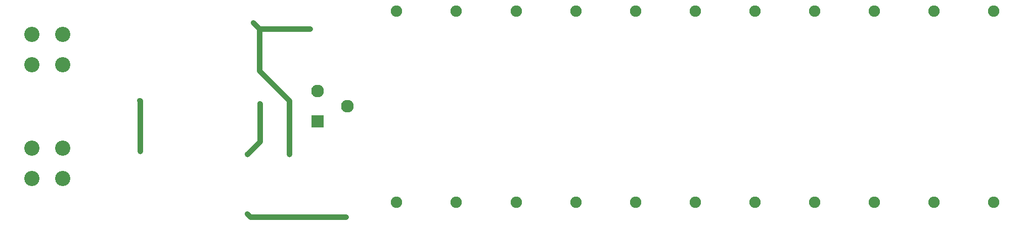
<source format=gbr>
%TF.GenerationSoftware,KiCad,Pcbnew,8.0.3*%
%TF.CreationDate,2024-08-03T11:38:59-05:00*%
%TF.ProjectId,1024 Capacitor Discharger,31303234-2043-4617-9061-6369746f7220,rev?*%
%TF.SameCoordinates,PX4153a20PY6dac2c0*%
%TF.FileFunction,Copper,L2,Bot*%
%TF.FilePolarity,Positive*%
%FSLAX46Y46*%
G04 Gerber Fmt 4.6, Leading zero omitted, Abs format (unit mm)*
G04 Created by KiCad (PCBNEW 8.0.3) date 2024-08-03 11:38:59*
%MOMM*%
%LPD*%
G01*
G04 APERTURE LIST*
%TA.AperFunction,ComponentPad*%
%ADD10C,2.550000*%
%TD*%
%TA.AperFunction,ComponentPad*%
%ADD11R,2.130000X2.130000*%
%TD*%
%TA.AperFunction,ComponentPad*%
%ADD12C,2.130000*%
%TD*%
%TA.AperFunction,ComponentPad*%
%ADD13C,1.900000*%
%TD*%
%TA.AperFunction,ViaPad*%
%ADD14C,0.889000*%
%TD*%
%TA.AperFunction,Conductor*%
%ADD15C,0.889000*%
%TD*%
G04 APERTURE END LIST*
D10*
%TO.P,J1,1*%
%TO.N,/Input_B*%
X2450000Y13025000D03*
X2450000Y7925000D03*
X7550000Y13025000D03*
X7550000Y7925000D03*
%TD*%
D11*
%TO.P,Q1,1,G*%
%TO.N,/IGBTg*%
X50250000Y17500000D03*
D12*
%TO.P,Q1,2,C*%
%TO.N,/IGBTc*%
X55250000Y20050000D03*
%TO.P,Q1,3,E*%
%TO.N,/IGBTe*%
X50250000Y22600000D03*
%TD*%
D13*
%TO.P,R11,1*%
%TO.N,Net-(R11-Pad1)*%
X133500000Y36000000D03*
%TO.P,R11,2*%
%TO.N,Net-(R10-Pad2)*%
X133500000Y4000000D03*
%TD*%
%TO.P,R4,1*%
%TO.N,/Vcapdisch*%
X63500000Y36000000D03*
%TO.P,R4,2*%
%TO.N,Net-(R4-Pad2)*%
X63500000Y4000000D03*
%TD*%
%TO.P,R14,1*%
%TO.N,Net-(R13-Pad1)*%
X163500000Y36000000D03*
%TO.P,R14,2*%
%TO.N,GND*%
X163500000Y4000000D03*
%TD*%
%TO.P,R8,1*%
%TO.N,Net-(R7-Pad1)*%
X103500000Y36000000D03*
%TO.P,R8,2*%
%TO.N,Net-(R8-Pad2)*%
X103500000Y4000000D03*
%TD*%
%TO.P,R10,1*%
%TO.N,Net-(R10-Pad1)*%
X123500000Y36000000D03*
%TO.P,R10,2*%
%TO.N,Net-(R10-Pad2)*%
X123500000Y4000000D03*
%TD*%
%TO.P,R6,1*%
%TO.N,Net-(R5-Pad1)*%
X83500000Y36000000D03*
%TO.P,R6,2*%
%TO.N,Net-(R6-Pad2)*%
X83500000Y4000000D03*
%TD*%
%TO.P,R13,1*%
%TO.N,Net-(R13-Pad1)*%
X153500000Y36000000D03*
%TO.P,R13,2*%
%TO.N,Net-(R12-Pad2)*%
X153500000Y4000000D03*
%TD*%
%TO.P,R7,1*%
%TO.N,Net-(R7-Pad1)*%
X93500000Y36000000D03*
%TO.P,R7,2*%
%TO.N,Net-(R6-Pad2)*%
X93500000Y4000000D03*
%TD*%
D10*
%TO.P,J2,1*%
%TO.N,/Input_R*%
X2450000Y32075000D03*
X2450000Y26975000D03*
X7550000Y32075000D03*
X7550000Y26975000D03*
%TD*%
D13*
%TO.P,R5,1*%
%TO.N,Net-(R5-Pad1)*%
X73500000Y36000000D03*
%TO.P,R5,2*%
%TO.N,Net-(R4-Pad2)*%
X73500000Y4000000D03*
%TD*%
%TO.P,R9,1*%
%TO.N,Net-(R10-Pad1)*%
X113500000Y36000000D03*
%TO.P,R9,2*%
%TO.N,Net-(R8-Pad2)*%
X113500000Y4000000D03*
%TD*%
%TO.P,R12,1*%
%TO.N,Net-(R11-Pad1)*%
X143500000Y36000000D03*
%TO.P,R12,2*%
%TO.N,Net-(R12-Pad2)*%
X143500000Y4000000D03*
%TD*%
D14*
%TO.N,GND*%
X38500000Y2000000D03*
X55000000Y1500000D03*
%TO.N,/Vcap*%
X39500000Y34000000D03*
X45500000Y12000000D03*
X49000000Y33000000D03*
%TO.N,/Input_R*%
X20546991Y12535344D03*
X20500000Y21000000D03*
%TO.N,/IGBTe*%
X40617243Y20508832D03*
X38500000Y12000000D03*
%TD*%
D15*
%TO.N,GND*%
X39000000Y1500000D02*
X38500000Y2000000D01*
X55000000Y1500000D02*
X39000000Y1500000D01*
%TO.N,/Vcap*%
X39500000Y34000000D02*
X40500000Y33000000D01*
X45500000Y21000000D02*
X45500000Y12000000D01*
X45500000Y21000000D02*
X40500000Y26000000D01*
X40500000Y26000000D02*
X40500000Y33000000D01*
X40500000Y33000000D02*
X49000000Y33000000D01*
%TO.N,/Input_R*%
X20546991Y12535344D02*
X20546991Y20953009D01*
X20546991Y20953009D02*
X20500000Y21000000D01*
%TO.N,/IGBTe*%
X40617243Y20508832D02*
X40617243Y14117243D01*
X40617243Y14117243D02*
X38500000Y12000000D01*
%TD*%
M02*

</source>
